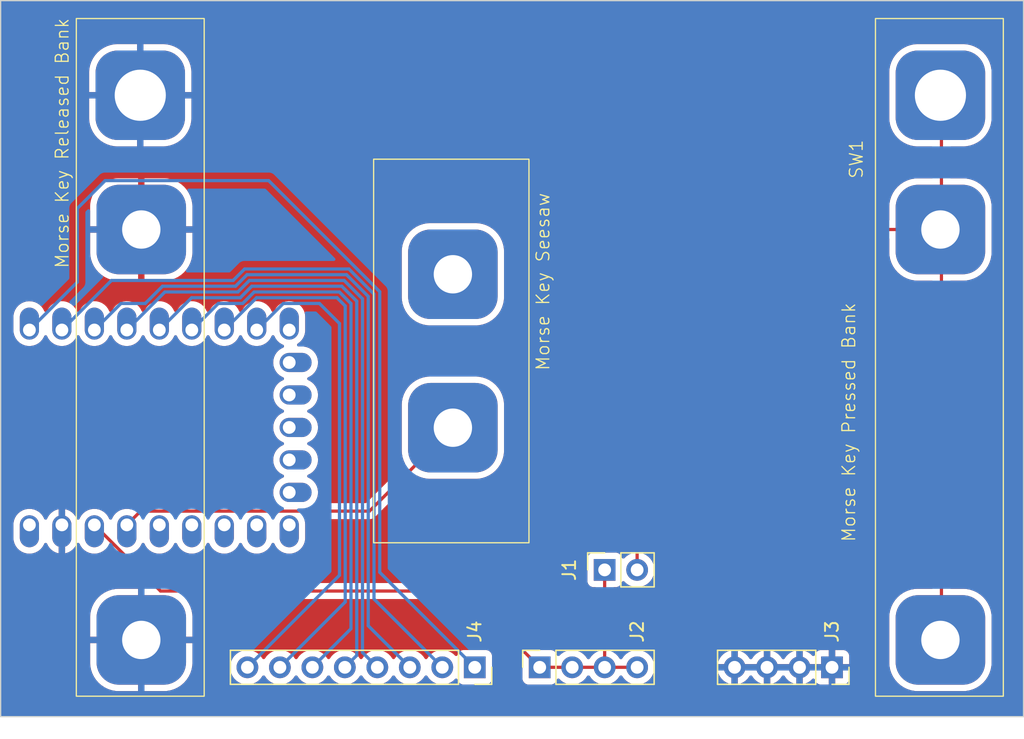
<source format=kicad_pcb>
(kicad_pcb (version 20221018) (generator pcbnew)
  (title_block (title "Morse Key PCB") (date "2024-02-17") (rev "1"))
  (layers (0 "F.Cu" signal) (31 "B.Cu" signal) (34 "B.Paste" user) (35 "F.Paste" user) (36 "B.SilkS" user "B.Silkscreen") (37 "F.SilkS" user "F.Silkscreen") (38 "B.Mask" user) (39 "F.Mask" user) (44 "Edge.Cuts" user))
  (net 0 "")
  (net 1 "+3.3V")
  (net 2 "Net-(J1-Pin_2)")
  (net 3 "Net-(J2-Pin_1)")
  (net 4 "Net-(J2-Pin_2)")
  (net 5 "Net-(J2-Pin_3)")
  (net 6 "Net-(J2-Pin_4)")
  (net 7 "Net-(J2-Pin_5)")
  (net 8 "Net-(J2-Pin_6)")
  (net 9 "Net-(J2-Pin_7)")
  (net 10 "Net-(J2-Pin_8)")
  (net 11 "GND")
  (net 12 "Net-(SW1-B)")
  (footprint "Connector_PinSocket_2.54mm:PinSocket_1x04_P2.54mm_Vertical" (layer "F.Cu") (at 137.16 104.14 90)
    (fp_text reference "J4" (at 2.794 -5.08 90) (layer "F.SilkS"))
    (fp_text value "Vdd")
    (fp_line (start -1.33 1.27) (end -1.33 8.95) (stroke (width 0.12)) (layer "F.SilkS"))
    (fp_line (start -1.33 1.27) (end 1.33 1.27) (stroke (width 0.12)) (layer "F.SilkS"))
    (fp_line (start -1.33 8.95) (end 1.33 8.95) (stroke (width 0.12)) (layer "F.SilkS"))
    (fp_line (start 0 -1.33) (end 1.33 -1.33) (stroke (width 0.12)) (layer "F.SilkS"))
    (fp_line (start 1.33 -1.33) (end 1.33 0) (stroke (width 0.12)) (layer "F.SilkS"))
    (fp_line (start 1.33 1.27) (end 1.33 8.95) (stroke (width 0.12)) (layer "F.SilkS"))
    (pad "1" thru_hole rect (at 0 0 90) (size 1.7 1.7) (drill 1) (layers "*.Cu" "*.Mask") (net 1 "+3.3V"))
    (pad "2" thru_hole oval (at 0 2.54 90) (size 1.7 1.7) (drill 1) (layers "*.Cu" "*.Mask") (net 1 "+3.3V"))
    (pad "3" thru_hole oval (at 0 5.08 90) (size 1.7 1.7) (drill 1) (layers "*.Cu" "*.Mask") (net 1 "+3.3V"))
    (pad "4" thru_hole oval (at 0 7.62 90) (size 1.7 1.7) (drill 1) (layers "*.Cu" "*.Mask") (net 1 "+3.3V"))
  )
  (footprint "morse_keyboard:mose_key_button" (layer "F.Cu") (at 100.92 106.4)
    (fp_text reference "SW1" (at 61 -42 90 unlocked) (layer "F.SilkS") (effects (font (thickness 0.1))))
    (fp_text value "Morse_Key")
    (fp_text user "Morse Key Pressed Bank" (at 61 -12 90 unlocked) (layer "F.SilkS") (effects (font (thickness 0.1)) (justify left bottom)))
    (fp_text user "Morse Key Released Bank" (at -0.52 -33.4 90 unlocked) (layer "F.SilkS") (effects (font (thickness 0.1)) (justify left bottom)))
    (fp_text user "Morse Key Seesaw" (at 37.08 -25.4 90 unlocked) (layer "F.SilkS") (effects (font (thickness 0.1)) (justify left bottom)))
    (fp_rect (start 0 0) (end 10 -53) (stroke (width 0.1)) (fill none) (layer "F.SilkS"))
    (fp_rect (start 23.25 -42) (end 35.4 -12) (stroke (width 0.1)) (fill none) (layer "F.SilkS"))
    (fp_rect (start 62.5 0) (end 72.5 -53) (stroke (width 0.1)) (fill none) (layer "F.SilkS"))
    (pad "1" thru_hole roundrect (at 5 -47) (size 7 7) (drill 4) (layers "*.Cu" "*.Mask") (net 11 "GND"))
    (pad "1" thru_hole roundrect (at 5.08 -36.5) (size 7 7) (drill 3) (layers "*.Cu" "*.Mask") (net 11 "GND"))
    (pad "1" thru_hole roundrect (at 5.08 -4.4) (size 7 7) (drill 3) (layers "*.Cu" "*.Mask") (net 11 "GND"))
    (pad "2" thru_hole roundrect (at 29.45 -33) (size 7 7) (drill 3) (layers "*.Cu" "*.Mask") (net 12 "Net-(SW1-B)"))
    (pad "2" thru_hole roundrect (at 29.45 -21) (size 7 7) (drill 3) (layers "*.Cu" "*.Mask") (net 12 "Net-(SW1-B)"))
    (pad "3" thru_hole roundrect (at 67.58 -47) (size 7 7) (drill 4) (layers "*.Cu" "*.Mask") (net 2 "Net-(J1-Pin_2)"))
    (pad "3" thru_hole roundrect (at 67.58 -36.5) (size 7 7) (drill 3) (layers "*.Cu" "*.Mask") (net 2 "Net-(J1-Pin_2)"))
    (pad "3" thru_hole roundrect (at 67.58 -4.4) (size 7 7) (drill 3) (layers "*.Cu" "*.Mask") (net 2 "Net-(J1-Pin_2)"))
  )
  (footprint "Connector_PinSocket_2.54mm:PinSocket_1x08_P2.54mm_Vertical" (layer "F.Cu") (at 132.08 104.14 -90)
    (fp_text reference "J2" (at -2.794 -12.7 90) (layer "F.SilkS"))
    (fp_text value "GPIO")
    (fp_line (start -1.33 1.27) (end -1.33 19.11) (stroke (width 0.12)) (layer "F.SilkS"))
    (fp_line (start -1.33 1.27) (end 1.33 1.27) (stroke (width 0.12)) (layer "F.SilkS"))
    (fp_line (start -1.33 19.11) (end 1.33 19.11) (stroke (width 0.12)) (layer "F.SilkS"))
    (fp_line (start 0 -1.33) (end 1.33 -1.33) (stroke (width 0.12)) (layer "F.SilkS"))
    (fp_line (start 1.33 -1.33) (end 1.33 0) (stroke (width 0.12)) (layer "F.SilkS"))
    (fp_line (start 1.33 1.27) (end 1.33 19.11) (stroke (width 0.12)) (layer "F.SilkS"))
    (pad "1" thru_hole rect (at 0 0 270) (size 1.7 1.7) (drill 1) (layers "*.Cu" "*.Mask") (net 3 "Net-(J2-Pin_1)"))
    (pad "2" thru_hole oval (at 0 2.54 270) (size 1.7 1.7) (drill 1) (layers "*.Cu" "*.Mask") (net 4 "Net-(J2-Pin_2)"))
    (pad "3" thru_hole oval (at 0 5.08 270) (size 1.7 1.7) (drill 1) (layers "*.Cu" "*.Mask") (net 5 "Net-(J2-Pin_3)"))
    (pad "4" thru_hole oval (at 0 7.62 270) (size 1.7 1.7) (drill 1) (layers "*.Cu" "*.Mask") (net 6 "Net-(J2-Pin_4)"))
    (pad "5" thru_hole oval (at 0 10.16 270) (size 1.7 1.7) (drill 1) (layers "*.Cu" "*.Mask") (net 7 "Net-(J2-Pin_5)"))
    (pad "6" thru_hole oval (at 0 12.7 270) (size 1.7 1.7) (drill 1) (layers "*.Cu" "*.Mask") (net 8 "Net-(J2-Pin_6)"))
    (pad "7" thru_hole oval (at 0 15.24 270) (size 1.7 1.7) (drill 1) (layers "*.Cu" "*.Mask") (net 9 "Net-(J2-Pin_7)"))
    (pad "8" thru_hole oval (at 0 17.78 270) (size 1.7 1.7) (drill 1) (layers "*.Cu" "*.Mask") (net 10 "Net-(J2-Pin_8)"))
  )
  (footprint "Connector_PinSocket_2.54mm:PinSocket_1x02_P2.54mm_Vertical" (layer "F.Cu") (at 142.24 96.52 90)
    (fp_text reference "J1" (at 0 -2.77 90) (layer "F.SilkS"))
    (fp_text value "3V3 Jumper")
    (fp_line (start -1.33 1.27) (end -1.33 3.87) (stroke (width 0.12)) (layer "F.SilkS"))
    (fp_line (start -1.33 1.27) (end 1.33 1.27) (stroke (width 0.12)) (layer "F.SilkS"))
    (fp_line (start -1.33 3.87) (end 1.33 3.87) (stroke (width 0.12)) (layer "F.SilkS"))
    (fp_line (start 0 -1.33) (end 1.33 -1.33) (stroke (width 0.12)) (layer "F.SilkS"))
    (fp_line (start 1.33 -1.33) (end 1.33 0) (stroke (width 0.12)) (layer "F.SilkS"))
    (fp_line (start 1.33 1.27) (end 1.33 3.87) (stroke (width 0.12)) (layer "F.SilkS"))
    (pad "1" thru_hole rect (at 0 0 90) (size 1.7 1.7) (drill 1) (layers "*.Cu" "*.Mask") (net 1 "+3.3V"))
    (pad "2" thru_hole oval (at 0 2.54 90) (size 1.7 1.7) (drill 1) (layers "*.Cu" "*.Mask") (net 2 "Net-(J1-Pin_2)"))
  )
  (footprint "Connector_PinSocket_2.54mm:PinSocket_1x04_P2.54mm_Vertical" (layer "F.Cu") (at 160.02 104.14 -90)
    (fp_text reference "J3" (at -2.794 0 90) (layer "F.SilkS"))
    (fp_text value "GND")
    (fp_line (start -1.33 1.27) (end -1.33 8.95) (stroke (width 0.12)) (layer "F.SilkS"))
    (fp_line (start -1.33 1.27) (end 1.33 1.27) (stroke (width 0.12)) (layer "F.SilkS"))
    (fp_line (start -1.33 8.95) (end 1.33 8.95) (stroke (width 0.12)) (layer "F.SilkS"))
    (fp_line (start 0 -1.33) (end 1.33 -1.33) (stroke (width 0.12)) (layer "F.SilkS"))
    (fp_line (start 1.33 -1.33) (end 1.33 0) (stroke (width 0.12)) (layer "F.SilkS"))
    (fp_line (start 1.33 1.27) (end 1.33 8.95) (stroke (width 0.12)) (layer "F.SilkS"))
    (pad "1" thru_hole rect (at 0 0 270) (size 1.7 1.7) (drill 1) (layers "*.Cu" "*.Mask") (net 11 "GND"))
    (pad "2" thru_hole oval (at 0 2.54 270) (size 1.7 1.7) (drill 1) (layers "*.Cu" "*.Mask") (net 11 "GND"))
    (pad "3" thru_hole oval (at 0 5.08 270) (size 1.7 1.7) (drill 1) (layers "*.Cu" "*.Mask") (net 11 "GND"))
    (pad "4" thru_hole oval (at 0 7.62 270) (size 1.7 1.7) (drill 1) (layers "*.Cu" "*.Mask") (net 11 "GND"))
  )
  (footprint "morse_keyboard:rp2040-zero-tht" (layer "F.Cu") (at 107.41 85.38 90)
    (fp_text reference "U1" hide)
    (fp_text value "rp2040-zero" hide)
    (pad "1" thru_hole oval (at 7.62 -10.16 270) (size 2.5 1.5) (drill 1 (offset -0.5 0)) (layers "*.Cu" "*.Mask") (net 3 "Net-(J2-Pin_1)"))
    (pad "2" thru_hole oval (at 7.62 -7.62 270) (size 2.5 1.5) (drill 1 (offset -0.5 0)) (layers "*.Cu" "*.Mask") (net 4 "Net-(J2-Pin_2)"))
    (pad "3" thru_hole oval (at 7.62 -5.08 270) (size 2.5 1.5) (drill 1 (offset -0.5 0)) (layers "*.Cu" "*.Mask") (net 5 "Net-(J2-Pin_3)"))
    (pad "4" thru_hole oval (at 7.62 -2.54 270) (size 2.5 1.5) (drill 1 (offset -0.5 0)) (layers "*.Cu" "*.Mask") (net 6 "Net-(J2-Pin_4)"))
    (pad "5" thru_hole oval (at 7.62 0 270) (size 2.5 1.5) (drill 1 (offset -0.5 0)) (layers "*.Cu" "*.Mask") (net 7 "Net-(J2-Pin_5)"))
    (pad "6" thru_hole oval (at 7.62 2.54 270) (size 2.5 1.5) (drill 1 (offset -0.5 0)) (layers "*.Cu" "*.Mask") (net 8 "Net-(J2-Pin_6)"))
    (pad "7" thru_hole oval (at 7.62 5.08 270) (size 2.5 1.5) (drill 1 (offset -0.5 0)) (layers "*.Cu" "*.Mask") (net 9 "Net-(J2-Pin_7)"))
    (pad "8" thru_hole oval (at 7.62 7.62 270) (size 2.5 1.5) (drill 1 (offset -0.5 0)) (layers "*.Cu" "*.Mask") (net 10 "Net-(J2-Pin_8)"))
    (pad "9" thru_hole oval (at 7.62 10.16 270) (size 2.5 1.5) (drill 1 (offset -0.5 0)) (layers "*.Cu" "*.Mask"))
    (pad "10" thru_hole oval (at 5.08 10.16 180) (size 2.5 1.5) (drill 1 (offset -0.5 0)) (layers "*.Cu" "*.Mask"))
    (pad "11" thru_hole oval (at 2.54 10.16 180) (size 2.5 1.5) (drill 1 (offset -0.5 0)) (layers "*.Cu" "*.Mask"))
    (pad "12" thru_hole oval (at 0 10.16 180) (size 2.5 1.5) (drill 1 (offset -0.5 0)) (layers "*.Cu" "*.Mask"))
    (pad "13" thru_hole oval (at -2.54 10.16 180) (size 2.5 1.5) (drill 1 (offset -0.5 0)) (layers "*.Cu" "*.Mask"))
    (pad "14" thru_hole oval (at -5.08 10.16 180) (size 2.5 1.5) (drill 1 (offset -0.5 0)) (layers "*.Cu" "*.Mask"))
    (pad "15" thru_hole oval (at -7.62 10.16 90) (size 2.5 1.5) (drill 1 (offset -0.5 0)) (layers "*.Cu" "*.Mask"))
    (pad "16" thru_hole oval (at -7.62 7.62 90) (size 2.5 1.5) (drill 1 (offset -0.5 0)) (layers "*.Cu" "*.Mask"))
    (pad "17" thru_hole oval (at -7.62 5.08 90) (size 2.5 1.5) (drill 1 (offset -0.5 0)) (layers "*.Cu" "*.Mask"))
    (pad "18" thru_hole oval (at -7.62 2.54 90) (size 2.5 1.5) (drill 1 (offset -0.5 0)) (layers "*.Cu" "*.Mask"))
    (pad "19" thru_hole oval (at -7.62 0 90) (size 2.5 1.5) (drill 1 (offset -0.5 0)) (layers "*.Cu" "*.Mask"))
    (pad "20" thru_hole oval (at -7.62 -2.54 90) (size 2.5 1.5) (drill 1 (offset -0.5 0)) (layers "*.Cu" "*.Mask") (net 12 "Net-(SW1-B)"))
    (pad "21" thru_hole oval (at -7.62 -5.08 90) (size 2.5 1.5) (drill 1 (offset -0.5 0)) (layers "*.Cu" "*.Mask") (net 1 "+3.3V"))
    (pad "22" thru_hole oval (at -7.62 -7.62 90) (size 2.5 1.5) (drill 1 (offset -0.5 0)) (layers "*.Cu" "*.Mask") (net 11 "GND"))
    (pad "23" thru_hole oval (at -7.62 -10.16 90) (size 2.5 1.5) (drill 1 (offset -0.5 0)) (layers "*.Cu" "*.Mask"))
  )
  (gr_rect (start 95 52) (end 175 108) (stroke (width 0.1)) (fill none) (layer "Edge.Cuts"))
  (segment (start 142.24 104.14) (end 142.24 96.52) (width 0.25) (layer "F.Cu") (net 1))
  (segment (start 131.195 98.175) (end 137.16 104.14) (width 0.25) (layer "F.Cu") (net 1))
  (segment (start 137.16 104.14) (end 144.78 104.14) (width 0.25) (layer "F.Cu") (net 1))
  (segment (start 102.33 93) (end 107.505 98.175) (width 0.25) (layer "F.Cu") (net 1))
  (segment (start 107.505 98.175) (end 131.195 98.175) (width 0.25) (layer "F.Cu") (net 1))
  (segment (start 144.78 96.52) (end 144.78 81.22) (width 0.25) (layer "F.Cu") (net 2))
  (segment (start 156.1 69.9) (end 144.78 81.22) (width 0.25) (layer "F.Cu") (net 2))
  (segment (start 168.5 69.9) (end 156.1 69.9) (width 0.25) (layer "F.Cu") (net 2))
  (segment (start 168.58 69.9) (end 168.58 102) (width 0.25) (layer "F.Cu") (net 2))
  (segment (start 168.58 59.4) (end 168.58 69.9) (width 0.25) (layer "F.Cu") (net 2))
  (segment (start 101 68.25) (end 101 74.01) (width 0.25) (layer "B.Cu") (net 3))
  (segment (start 115.963376 66.075) (end 103.175 66.075) (width 0.25) (layer "B.Cu") (net 3))
  (segment (start 103.175 66.075) (end 101 68.25) (width 0.25) (layer "B.Cu") (net 3))
  (segment (start 101 74.01) (end 97.25 77.76) (width 0.25) (layer "B.Cu") (net 3))
  (segment (start 132.08 104.14) (end 124.65 96.71) (width 0.25) (layer "B.Cu") (net 3))
  (segment (start 124.65 96.71) (end 124.65 74.761624) (width 0.25) (layer "B.Cu") (net 3))
  (segment (start 124.65 74.761624) (end 115.963376 66.075) (width 0.25) (layer "B.Cu") (net 3))
  (segment (start 113.18302 73.885) (end 114.08302 72.985) (width 0.25) (layer "B.Cu") (net 4))
  (segment (start 124.2 74.94802) (end 124.2 98.8) (width 0.25) (layer "B.Cu") (net 4))
  (segment (start 103.665 73.885) (end 113.18302 73.885) (width 0.25) (layer "B.Cu") (net 4))
  (segment (start 124.2 98.8) (end 129.54 104.14) (width 0.25) (layer "B.Cu") (net 4))
  (segment (start 99.79 77.76) (end 103.665 73.885) (width 0.25) (layer "B.Cu") (net 4))
  (segment (start 122.23698 72.985) (end 124.2 74.94802) (width 0.25) (layer "B.Cu") (net 4))
  (segment (start 114.08302 72.985) (end 122.23698 72.985) (width 0.25) (layer "B.Cu") (net 4))
  (segment (start 113.369416 74.335) (end 114.269416 73.435) (width 0.25) (layer "B.Cu") (net 5))
  (segment (start 106.308604 75.685) (end 107.658604 74.335) (width 0.25) (layer "B.Cu") (net 5))
  (segment (start 123.75 75.134416) (end 123.75 100.89) (width 0.25) (layer "B.Cu") (net 5))
  (segment (start 123.75 100.89) (end 127 104.14) (width 0.25) (layer "B.Cu") (net 5))
  (segment (start 114.269416 73.435) (end 122.050584 73.435) (width 0.25) (layer "B.Cu") (net 5))
  (segment (start 122.050584 73.435) (end 123.75 75.134416) (width 0.25) (layer "B.Cu") (net 5))
  (segment (start 102.33 77.76) (end 104.405 75.685) (width 0.25) (layer "B.Cu") (net 5))
  (segment (start 107.658604 74.335) (end 113.369416 74.335) (width 0.25) (layer "B.Cu") (net 5))
  (segment (start 104.405 75.685) (end 106.308604 75.685) (width 0.25) (layer "B.Cu") (net 5))
  (segment (start 123.3 75.320812) (end 123.3 102.98) (width 0.25) (layer "B.Cu") (net 6))
  (segment (start 104.87 77.76) (end 107.845 74.785) (width 0.25) (layer "B.Cu") (net 6))
  (segment (start 113.555812 74.785) (end 114.455812 73.885) (width 0.25) (layer "B.Cu") (net 6))
  (segment (start 114.455812 73.885) (end 121.864188 73.885) (width 0.25) (layer "B.Cu") (net 6))
  (segment (start 121.864188 73.885) (end 123.3 75.320812) (width 0.25) (layer "B.Cu") (net 6))
  (segment (start 107.845 74.785) (end 113.555812 74.785) (width 0.25) (layer "B.Cu") (net 6))
  (segment (start 123.3 102.98) (end 124.46 104.14) (width 0.25) (layer "B.Cu") (net 6))
  (segment (start 107.41 77.76) (end 109.935 75.235) (width 0.25) (layer "B.Cu") (net 7))
  (segment (start 122.85 103.21) (end 121.92 104.14) (width 0.25) (layer "B.Cu") (net 7))
  (segment (start 121.677792 74.335) (end 122.85 75.507208) (width 0.25) (layer "B.Cu") (net 7))
  (segment (start 114.642208 74.335) (end 121.677792 74.335) (width 0.25) (layer "B.Cu") (net 7))
  (segment (start 109.935 75.235) (end 113.742208 75.235) (width 0.25) (layer "B.Cu") (net 7))
  (segment (start 122.85 75.507208) (end 122.85 103.21) (width 0.25) (layer "B.Cu") (net 7))
  (segment (start 113.742208 75.235) (end 114.642208 74.335) (width 0.25) (layer "B.Cu") (net 7))
  (segment (start 122.4 75.693604) (end 122.4 101.12) (width 0.25) (layer "B.Cu") (net 8))
  (segment (start 113.928604 75.685) (end 114.828604 74.785) (width 0.25) (layer "B.Cu") (net 8))
  (segment (start 114.828604 74.785) (end 121.491396 74.785) (width 0.25) (layer "B.Cu") (net 8))
  (segment (start 121.491396 74.785) (end 122.4 75.693604) (width 0.25) (layer "B.Cu") (net 8))
  (segment (start 109.95 77.76) (end 112.025 75.685) (width 0.25) (layer "B.Cu") (net 8))
  (segment (start 122.4 101.12) (end 119.38 104.14) (width 0.25) (layer "B.Cu") (net 8))
  (segment (start 112.025 75.685) (end 113.928604 75.685) (width 0.25) (layer "B.Cu") (net 8))
  (segment (start 112.49 77.76) (end 115.015 75.235) (width 0.25) (layer "B.Cu") (net 9))
  (segment (start 121.305 75.235) (end 121.95 75.88) (width 0.25) (layer "B.Cu") (net 9))
  (segment (start 121.95 99.03) (end 116.84 104.14) (width 0.25) (layer "B.Cu") (net 9))
  (segment (start 121.95 75.88) (end 121.95 99.03) (width 0.25) (layer "B.Cu") (net 9))
  (segment (start 115.015 75.235) (end 121.305 75.235) (width 0.25) (layer "B.Cu") (net 9))
  (segment (start 119.935 75.685) (end 117.105 75.685) (width 0.25) (layer "B.Cu") (net 10))
  (segment (start 114.3 104.14) (end 121.5 96.94) (width 0.25) (layer "B.Cu") (net 10))
  (segment (start 117.105 75.685) (end 115.03 77.76) (width 0.25) (layer "B.Cu") (net 10))
  (segment (start 121.5 96.94) (end 121.5 77.25) (width 0.25) (layer "B.Cu") (net 10))
  (segment (start 121.5 77.25) (end 119.935 75.685) (width 0.25) (layer "B.Cu") (net 10))
  (segment (start 130.37 85.4) (end 123.845 91.925) (width 0.25) (layer "F.Cu") (net 12))
  (segment (start 123.845 91.925) (end 105.945 91.925) (width 0.25) (layer "F.Cu") (net 12))
  (segment (start 105.945 91.925) (end 104.87 93) (width 0.25) (layer "F.Cu") (net 12))
  (zone (net 11) (net_name "GND") (layers "F&B.Cu") (connect_pads (clearance 0.5)) (min_thickness 0.25) (fill yes (thermal_gap 0.5) (thermal_bridge_width 0.5))
    (polygon (pts (xy 95 52) (xy 175 52) (xy 175 108) (xy 95 108)))
  )
)
</source>
